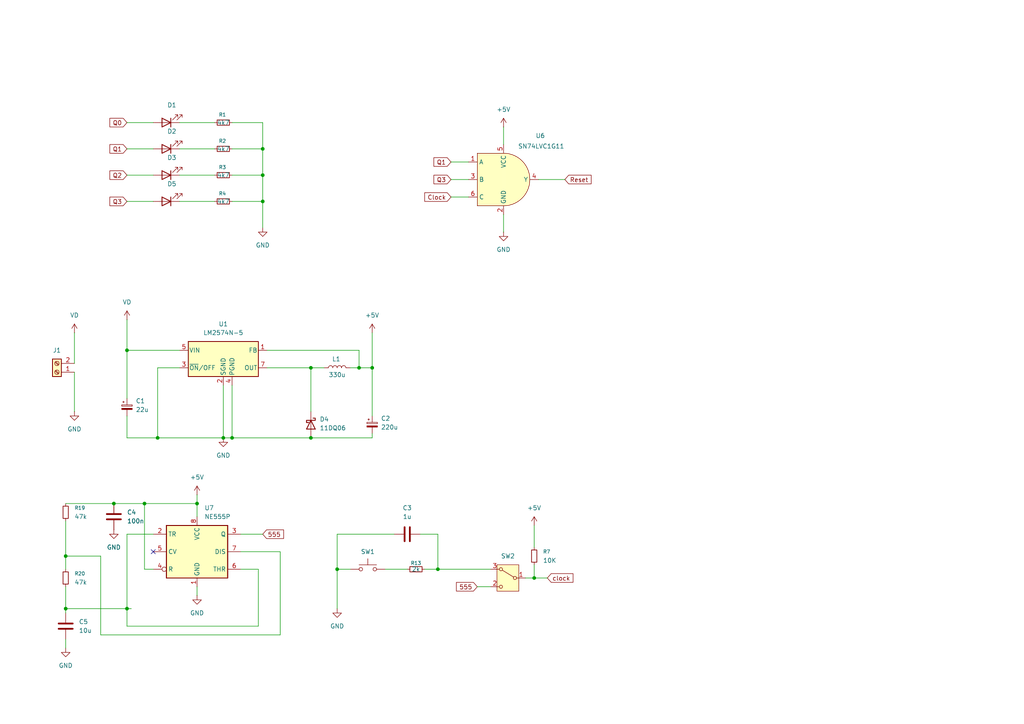
<source format=kicad_sch>
(kicad_sch (version 20250114) (generator "eeschema") (generator_version "9.0")
  (paper "A4")
  (title_block (title "PCB_Brojac") (date "2025-10-21") (rev "0") (company "TVZ-thenicko veleuciliste u zagrebu") (comment 1 "Izradio: Tin Orsic"))
  (lib_symbols
    (symbol "Connector:Screw_Terminal_01x02" (pin_names (offset 1.016) (hide yes))
      (property "Reference" "J" (at 0 2.54 0))
      (property "Value" "Screw_Terminal_01x02" (at 0 -5.08 0))
      (symbol "Screw_Terminal_01x02_1_1"
        (rectangle (start -1.27 1.27) (end 1.27 -3.81) (stroke (width 0.254)) (fill (type background)))
        (polyline (pts (xy -0.5334 0.3302) (xy 0.3302 -0.508)) (stroke (width 0.1524)))
        (polyline (pts (xy -0.5334 -2.2098) (xy 0.3302 -3.048)) (stroke (width 0.1524)))
        (polyline (pts (xy -0.3556 0.508) (xy 0.508 -0.3302)) (stroke (width 0.1524)))
        (polyline (pts (xy -0.3556 -2.032) (xy 0.508 -2.8702)) (stroke (width 0.1524)))
        (circle (center 0 0) (radius 0.635) (stroke (width 0.1524)))
        (circle (center 0 -2.54) (radius 0.635) (stroke (width 0.1524)))
        (pin passive line (at -5.08 0 0) (length 3.81) (name "Pin_1") (number "1"))
        (pin passive line (at -5.08 -2.54 0) (length 3.81) (name "Pin_2") (number "2"))
      )
    )
    (symbol "Device:C" (pin_numbers (hide yes)) (pin_names (offset 0.254))
      (property "Reference" "C" (at 0.635 2.54 0))
      (property "Value" "C" (at 0.635 -2.54 0))
      (symbol "C_0_1"
        (polyline (pts (xy -2.032 0.762) (xy 2.032 0.762)) (stroke (width 0.508)))
        (polyline (pts (xy -2.032 -0.762) (xy 2.032 -0.762)) (stroke (width 0.508)))
      )
      (symbol "C_1_1"
        (pin passive line (at 0 3.81 270) (length 2.794) (name "~") (number "1"))
        (pin passive line (at 0 -3.81 90) (length 2.794) (name "~") (number "2"))
      )
    )
    (symbol "Device:C_Polarized_Small" (pin_numbers (hide yes)) (pin_names (offset 0.254) (hide yes))
      (property "Reference" "C" (at 0.254 1.778 0))
      (property "Value" "C_Polarized_Small" (at 0.254 -2.032 0))
      (symbol "C_Polarized_Small_0_1"
        (rectangle (start -1.524 0.6858) (end 1.524 0.3048))
        (rectangle (start -1.524 -0.3048) (end 1.524 -0.6858) (fill (type outline)))
        (polyline (pts (xy -1.27 1.524) (xy -0.762 1.524)))
        (polyline (pts (xy -1.016 1.27) (xy -1.016 1.778)))
      )
      (symbol "C_Polarized_Small_1_1"
        (pin passive line (at 0 2.54 270) (length 1.8542) (name "~") (number "1"))
        (pin passive line (at 0 -2.54 90) (length 1.8542) (name "~") (number "2"))
      )
    )
    (symbol "Device:L" (pin_numbers (hide yes)) (pin_names (offset 1.016) (hide yes))
      (property "Reference" "L" (at -1.27 0 90))
      (property "Value" "L" (at 1.905 0 90))
      (symbol "L_0_1"
        (arc (start 0 2.54) (mid 0.6323 1.905) (end 0 1.27))
        (arc (start 0 1.27) (mid 0.6323 0.635) (end 0 0))
        (arc (start 0 0) (mid 0.6323 -0.635) (end 0 -1.27))
        (arc (start 0 -1.27) (mid 0.6323 -1.905) (end 0 -2.54))
      )
      (symbol "L_1_1"
        (pin passive line (at 0 3.81 270) (length 1.27) (name "1") (number "1"))
        (pin passive line (at 0 -3.81 90) (length 1.27) (name "2") (number "2"))
      )
    )
    (symbol "Device:LED" (pin_numbers (hide yes)) (pin_names (offset 1.016) (hide yes))
      (property "Reference" "D" (at 0 2.54 0))
      (property "Value" "LED" (at 0 -2.54 0))
      (symbol "LED_0_1"
        (polyline (pts (xy -3.048 -0.762) (xy -4.572 -2.286) (xy -3.81 -2.286) (xy -4.572 -2.286) (xy -4.572 -1.524)))
        (polyline (pts (xy -1.778 -0.762) (xy -3.302 -2.286) (xy -2.54 -2.286) (xy -3.302 -2.286) (xy -3.302 -1.524)))
        (polyline (pts (xy -1.27 0) (xy 1.27 0)))
        (polyline (pts (xy -1.27 -1.27) (xy -1.27 1.27)) (stroke (width 0.254)))
        (polyline (pts (xy 1.27 -1.27) (xy 1.27 1.27) (xy -1.27 0) (xy 1.27 -1.27)) (stroke (width 0.254)))
      )
      (symbol "LED_1_1"
        (pin passive line (at -3.81 0 0) (length 2.54) (name "K") (number "1"))
        (pin passive line (at 3.81 0 180) (length 2.54) (name "A") (number "2"))
      )
    )
    (symbol "Device:R_Small" (pin_numbers (hide yes)) (pin_names (offset 0.254) (hide yes))
      (property "Reference" "R" (at 0 0 90))
      (property "Value" "R_Small" (at 1.778 0 90))
      (symbol "R_Small_0_1"
        (rectangle (start -0.762 1.778) (end 0.762 -1.778) (stroke (width 0.2032)))
      )
      (symbol "R_Small_1_1"
        (pin passive line (at 0 2.54 270) (length 0.762) (name "~") (number "1"))
        (pin passive line (at 0 -2.54 90) (length 0.762) (name "~") (number "2"))
      )
    )
    (symbol "Diode:SS310" (pin_numbers (hide yes)) (pin_names (offset 1.016) (hide yes))
      (property "Reference" "D" (at 0 2.54 0))
      (property "Value" "SS310" (at 0 -2.54 0))
      (symbol "SS310_0_1"
        (polyline (pts (xy -1.905 0.635) (xy -1.905 1.27) (xy -1.27 1.27) (xy -1.27 -1.27) (xy -0.635 -1.27) (xy -0.635 -0.635)) (stroke (width 0.254)))
        (polyline (pts (xy 1.27 1.27) (xy 1.27 -1.27) (xy -1.27 0) (xy 1.27 1.27)) (stroke (width 0.254)))
        (polyline (pts (xy 1.27 0) (xy -1.27 0)))
      )
      (symbol "SS310_1_1"
        (pin passive line (at -3.81 0 0) (length 2.54) (name "K") (number "1"))
        (pin passive line (at 3.81 0 180) (length 2.54) (name "A") (number "2"))
      )
    )
    (symbol "Regulator_Switching:LM2574N-5" (pin_names (offset 0.254))
      (property "Reference" "U" (at -10.16 6.35 0))
      (property "Value" "LM2574N-5" (at 0 6.35 0))
      (symbol "LM2574N-5_0_1"
        (rectangle (start -10.16 5.08) (end 10.16 -5.08) (stroke (width 0.254)) (fill (type background)))
      )
      (symbol "LM2574N-5_1_1"
        (pin power_in line (at -12.7 2.54 0) (length 2.54) (name "VIN") (number "5"))
        (pin input line (at -12.7 -2.54 0) (length 2.54) (name "~{ON}/OFF") (number "3"))
        (pin no_connect line (at -10.16 0 0) (length 2.54) (hide yes) (name "NC") (number "6"))
        (pin power_in line (at 0 -7.62 90) (length 2.54) (name "SGND") (number "2"))
        (pin power_in line (at 2.54 -7.62 90) (length 2.54) (name "PGND") (number "4"))
        (pin no_connect line (at 10.16 0 180) (length 2.54) (hide yes) (name "NC") (number "8"))
        (pin input line (at 12.7 2.54 180) (length 2.54) (name "FB") (number "1"))
        (pin output line (at 12.7 -2.54 180) (length 2.54) (name "OUT") (number "7"))
      )
    )
    (symbol "SN74LVC1G11:SN74LVC1G11"
      (property "Reference" "U?" (at 12.7 12.7 0))
      (symbol "SN74LVC1G11_1_1"
        (polyline (pts (xy 0 7.62) (xy -7.62 7.62) (xy -7.62 -7.62) (xy 0 -7.62)) (fill (type background)))
        (arc (start 0 7.62) (mid 7.62 0) (end 0 -7.62) (fill (type background)))
        (pin input line (at -10.16 5.08 0) (length 2.54) (name "A") (number "1"))
        (pin input line (at -10.16 0 0) (length 2.54) (name "B") (number "3"))
        (pin input line (at -10.16 -5.08 0) (length 2.54) (name "C") (number "6"))
        (pin power_in line (at 0 10.16 270) (length 2.54) (name "VCC") (number "5"))
        (pin power_out line (at 0 -10.16 90) (length 2.54) (name "GND") (number "2"))
        (pin output line (at 10.16 0 180) (length 2.54) (name "Y") (number "4"))
      )
    )
    (symbol "Switch:SW_MEC_5G" (pin_numbers (hide yes)) (pin_names (offset 1.016) (hide yes))
      (property "Reference" "SW" (at 1.27 2.54 0))
      (property "Value" "SW_MEC_5G" (at 0 -1.524 0))
      (symbol "SW_MEC_5G_0_1"
        (circle (center -2.032 0) (radius 0.508))
        (polyline (pts (xy 0 1.27) (xy 0 3.048)))
        (circle (center 2.032 0) (radius 0.508))
        (polyline (pts (xy 2.54 1.27) (xy -2.54 1.27)))
        (pin passive line (at -5.08 0 0) (length 2.54) (name "A") (number "1"))
        (pin passive line (at 5.08 0 180) (length 2.54) (name "B") (number "3"))
      )
      (symbol "SW_MEC_5G_1_1"
        (pin passive line (at -5.08 0 0) (length 2.54) (hide yes) (name "A") (number "2"))
        (pin passive line (at 5.08 0 180) (length 2.54) (hide yes) (name "B") (number "4"))
      )
    )
    (symbol "Switch:SW_SPDT_312" (pin_names (offset 1) (hide yes))
      (property "Reference" "SW" (at 0 5.08 0))
      (property "Value" "SW_SPDT_312" (at 0 -5.08 0))
      (symbol "SW_SPDT_312_0_1"
        (circle (center -2.032 0) (radius 0.4572))
        (polyline (pts (xy -1.651 0.254) (xy 1.651 2.286)))
        (circle (center 2.032 2.54) (radius 0.4572))
        (circle (center 2.032 -2.54) (radius 0.4572))
      )
      (symbol "SW_SPDT_312_1_1"
        (rectangle (start -3.175 3.81) (end 3.175 -3.81) (fill (type background)))
        (pin passive line (at -5.08 0 0) (length 2.54) (name "B") (number "1"))
        (pin passive line (at 5.08 2.54 180) (length 2.54) (name "A") (number "3"))
        (pin passive line (at 5.08 -2.54 180) (length 2.54) (name "C") (number "2"))
      )
    )
    (symbol "Timer:NE555P"
      (property "Reference" "U" (at -10.16 8.89 0))
      (property "Value" "NE555P" (at 2.54 8.89 0))
      (symbol "NE555P_0_0"
        (pin power_in line (at 0 10.16 270) (length 2.54) (name "VCC") (number "8"))
        (pin power_in line (at 0 -10.16 90) (length 2.54) (name "GND") (number "1"))
      )
      (symbol "NE555P_0_1"
        (rectangle (start -8.89 -7.62) (end 8.89 7.62) (stroke (width 0.254)) (fill (type background)))
        (rectangle (start -8.89 -7.62) (end 8.89 7.62) (stroke (width 0.254)) (fill (type background)))
      )
      (symbol "NE555P_1_1"
        (pin input line (at -12.7 5.08 0) (length 3.81) (name "TR") (number "2"))
        (pin input line (at -12.7 0 0) (length 3.81) (name "CV") (number "5"))
        (pin input inverted (at -12.7 -5.08 0) (length 3.81) (name "R") (number "4"))
        (pin output line (at 12.7 5.08 180) (length 3.81) (name "Q") (number "3"))
        (pin input line (at 12.7 0 180) (length 3.81) (name "DIS") (number "7"))
        (pin input line (at 12.7 -5.08 180) (length 3.81) (name "THR") (number "6"))
      )
    )
    (symbol "power:+5V" (power) (pin_numbers (hide yes)) (pin_names (offset 0) (hide yes))
      (property "Value" "+5V" (at 0 3.556 0))
      (symbol "+5V_0_1"
        (polyline (pts (xy -0.762 1.27) (xy 0 2.54)))
        (polyline (pts (xy 0 2.54) (xy 0.762 1.27)))
        (polyline (pts (xy 0 0) (xy 0 2.54)))
      )
      (symbol "+5V_1_1"
        (pin power_in line (at 0 0 90) (length 0) (name "~") (number "1"))
      )
    )
    (symbol "power:GND" (power) (pin_numbers (hide yes)) (pin_names (offset 0) (hide yes))
      (property "Value" "GND" (at 0 -3.81 0))
      (symbol "GND_0_1"
        (polyline (pts (xy 0 0) (xy 0 -1.27) (xy 1.27 -1.27) (xy 0 -2.54) (xy -1.27 -1.27) (xy 0 -1.27)))
      )
      (symbol "GND_1_1"
        (pin power_in line (at 0 0 270) (length 0) (name "~") (number "1"))
      )
    )
    (symbol "power:VD" (power) (pin_numbers (hide yes)) (pin_names (offset 0) (hide yes))
      (property "Value" "VD" (at 0 3.556 0))
      (symbol "VD_0_1"
        (polyline (pts (xy -0.762 1.27) (xy 0 2.54)))
        (polyline (pts (xy 0 2.54) (xy 0.762 1.27)))
        (polyline (pts (xy 0 0) (xy 0 2.54)))
      )
      (symbol "VD_1_1"
        (pin power_in line (at 0 0 90) (length 0) (name "~") (number "1"))
      )
    )
  )
  (junction (at 36.83 176.53))
  (junction (at 97.79 165.1))
  (junction (at 19.05 176.53))
  (junction (at 127 165.1))
  (junction (at 76.2 43.18))
  (junction (at 36.83 101.6))
  (junction (at 107.95 106.68))
  (junction (at 19.05 161.29))
  (junction (at 76.2 50.8))
  (junction (at 64.77 127))
  (junction (at 67.31 127))
  (junction (at 76.2 58.42))
  (junction (at 104.14 106.68))
  (junction (at 154.94 167.64))
  (junction (at 41.91 146.05))
  (junction (at 57.15 146.05))
  (junction (at 45.72 127))
  (junction (at 33.02 146.05))
  (junction (at 90.17 127))
  (junction (at 90.17 106.68))
  (no_connect (at 44.45 160.02))
  (wire (pts (xy 19.05 176.53) (xy 36.83 176.53)))
  (wire (pts (xy 90.17 127) (xy 107.95 127)))
  (wire (pts (xy 111.76 165.1) (xy 118.11 165.1)))
  (wire (pts (xy 138.43 170.18) (xy 142.24 170.18)))
  (wire (pts (xy 44.45 165.1) (xy 41.91 165.1)))
  (wire (pts (xy 36.83 58.42) (xy 44.45 58.42)))
  (wire (pts (xy 74.93 181.61) (xy 36.83 181.61)))
  (wire (pts (xy 36.83 181.61) (xy 36.83 176.53)))
  (wire (pts (xy 81.28 184.15) (xy 81.28 160.02)))
  (wire (pts (xy 74.93 165.1) (xy 74.93 181.61)))
  (wire (pts (xy 29.21 161.29) (xy 29.21 184.15)))
  (wire (pts (xy 76.2 35.56) (xy 76.2 43.18)))
  (wire (pts (xy 123.19 165.1) (xy 127 165.1)))
  (wire (pts (xy 130.81 46.99) (xy 135.89 46.99)))
  (wire (pts (xy 97.79 165.1) (xy 97.79 176.53)))
  (wire (pts (xy 19.05 177.8) (xy 19.05 176.53)))
  (wire (pts (xy 36.83 154.94) (xy 44.45 154.94)))
  (wire (pts (xy 36.83 120.65) (xy 36.83 127)))
  (wire (pts (xy 97.79 154.94) (xy 97.79 165.1)))
  (wire (pts (xy 107.95 127) (xy 107.95 125.73)))
  (wire (pts (xy 69.85 154.94) (xy 76.2 154.94)))
  (wire (pts (xy 36.83 127) (xy 45.72 127)))
  (wire (pts (xy 52.07 35.56) (xy 62.23 35.56)))
  (wire (pts (xy 154.94 167.64) (xy 158.75 167.64)))
  (wire (pts (xy 36.83 154.94) (xy 36.83 176.53)))
  (wire (pts (xy 36.83 92.71) (xy 36.83 101.6)))
  (wire (pts (xy 154.94 152.4) (xy 154.94 158.75)))
  (wire (pts (xy 45.72 106.68) (xy 45.72 127)))
  (wire (pts (xy 36.83 101.6) (xy 52.07 101.6)))
  (wire (pts (xy 33.02 146.05) (xy 41.91 146.05)))
  (wire (pts (xy 67.31 35.56) (xy 76.2 35.56)))
  (wire (pts (xy 41.91 165.1) (xy 41.91 146.05)))
  (wire (pts (xy 64.77 111.76) (xy 64.77 127)))
  (wire (pts (xy 127 154.94) (xy 127 165.1)))
  (wire (pts (xy 107.95 96.52) (xy 107.95 106.68)))
  (wire (pts (xy 146.05 62.23) (xy 146.05 67.31)))
  (wire (pts (xy 64.77 127) (xy 67.31 127)))
  (wire (pts (xy 52.07 106.68) (xy 45.72 106.68)))
  (wire (pts (xy 67.31 127) (xy 90.17 127)))
  (wire (pts (xy 121.92 154.94) (xy 127 154.94)))
  (wire (pts (xy 146.05 36.83) (xy 146.05 41.91)))
  (wire (pts (xy 130.81 57.15) (xy 135.89 57.15)))
  (wire (pts (xy 69.85 165.1) (xy 74.93 165.1)))
  (wire (pts (xy 36.83 35.56) (xy 44.45 35.56)))
  (wire (pts (xy 77.47 106.68) (xy 90.17 106.68)))
  (wire (pts (xy 19.05 185.42) (xy 19.05 187.96)))
  (wire (pts (xy 67.31 43.18) (xy 76.2 43.18)))
  (wire (pts (xy 57.15 146.05) (xy 57.15 149.86)))
  (wire (pts (xy 90.17 106.68) (xy 93.98 106.68)))
  (wire (pts (xy 104.14 101.6) (xy 104.14 106.68)))
  (wire (pts (xy 57.15 170.18) (xy 57.15 172.72)))
  (wire (pts (xy 90.17 106.68) (xy 90.17 119.38)))
  (wire (pts (xy 19.05 161.29) (xy 19.05 165.1)))
  (wire (pts (xy 57.15 143.51) (xy 57.15 146.05)))
  (wire (pts (xy 21.59 107.95) (xy 21.59 119.38)))
  (wire (pts (xy 114.3 154.94) (xy 97.79 154.94)))
  (wire (pts (xy 81.28 160.02) (xy 69.85 160.02)))
  (wire (pts (xy 104.14 106.68) (xy 107.95 106.68)))
  (wire (pts (xy 67.31 50.8) (xy 76.2 50.8)))
  (wire (pts (xy 19.05 151.13) (xy 19.05 161.29)))
  (wire (pts (xy 77.47 101.6) (xy 104.14 101.6)))
  (wire (pts (xy 45.72 127) (xy 64.77 127)))
  (wire (pts (xy 41.91 146.05) (xy 57.15 146.05)))
  (wire (pts (xy 127 165.1) (xy 142.24 165.1)))
  (wire (pts (xy 19.05 146.05) (xy 33.02 146.05)))
  (wire (pts (xy 76.2 43.18) (xy 76.2 50.8)))
  (wire (pts (xy 76.2 58.42) (xy 76.2 66.04)))
  (wire (pts (xy 36.83 50.8) (xy 44.45 50.8)))
  (wire (pts (xy 154.94 163.83) (xy 154.94 167.64)))
  (wire (pts (xy 19.05 161.29) (xy 29.21 161.29)))
  (wire (pts (xy 152.4 167.64) (xy 154.94 167.64)))
  (wire (pts (xy 107.95 106.68) (xy 107.95 120.65)))
  (wire (pts (xy 36.83 43.18) (xy 44.45 43.18)))
  (wire (pts (xy 19.05 170.18) (xy 19.05 176.53)))
  (wire (pts (xy 130.81 52.07) (xy 135.89 52.07)))
  (wire (pts (xy 101.6 165.1) (xy 97.79 165.1)))
  (wire (pts (xy 101.6 106.68) (xy 104.14 106.68)))
  (wire (pts (xy 156.21 52.07) (xy 163.83 52.07)))
  (wire (pts (xy 67.31 58.42) (xy 76.2 58.42)))
  (wire (pts (xy 52.07 50.8) (xy 62.23 50.8)))
  (wire (pts (xy 52.07 43.18) (xy 62.23 43.18)))
  (wire (pts (xy 67.31 111.76) (xy 67.31 127)))
  (wire (pts (xy 76.2 50.8) (xy 76.2 58.42)))
  (wire (pts (xy 21.59 96.52) (xy 21.59 105.41)))
  (wire (pts (xy 38.1 176.53) (xy 36.83 176.53)))
  (wire (pts (xy 29.21 184.15) (xy 81.28 184.15)))
  (wire (pts (xy 52.07 58.42) (xy 62.23 58.42)))
  (wire (pts (xy 36.83 101.6) (xy 36.83 115.57)))
  (global_label "Q2" (shape input) (at 36.83 50.8 180) (property "Intersheetrefs" "${INTERSHEET_REFS}" (effects (hide yes))))
  (global_label "Q3" (shape input) (at 36.83 58.42 180) (property "Intersheetrefs" "${INTERSHEET_REFS}" (effects (hide yes))))
  (global_label "555" (shape input) (at 76.2 154.94 0) (property "Intersheetrefs" "${INTERSHEET_REFS}" (effects (hide yes))))
  (global_label "Clock" (shape input) (at 130.81 57.15 180) (property "Intersheetrefs" "${INTERSHEET_REFS}" (effects (hide yes))))
  (global_label "Q0" (shape input) (at 36.83 35.56 180) (property "Intersheetrefs" "${INTERSHEET_REFS}" (effects (hide yes))))
  (global_label "Q1" (shape input) (at 130.81 46.99 180) (property "Intersheetrefs" "${INTERSHEET_REFS}" (effects (hide yes))))
  (global_label "Reset" (shape input) (at 163.83 52.07 0) (property "Intersheetrefs" "${INTERSHEET_REFS}" (effects (hide yes))))
  (global_label "555" (shape input) (at 138.43 170.18 180) (property "Intersheetrefs" "${INTERSHEET_REFS}" (effects (hide yes))))
  (global_label "clock" (shape input) (at 158.75 167.64 0) (property "Intersheetrefs" "${INTERSHEET_REFS}" (effects (hide yes))))
  (global_label "Q1" (shape input) (at 36.83 43.18 180) (property "Intersheetrefs" "${INTERSHEET_REFS}" (effects (hide yes))))
  (global_label "Q3" (shape input) (at 130.81 52.07 180) (property "Intersheetrefs" "${INTERSHEET_REFS}" (effects (hide yes))))
  (symbol (lib_id "Device:R_Small") (at 64.77 35.56 90) (unit 1)
    (property "Reference" "R1" (at 64.516 33.274 90) (effects (font (size 1.016 1.016))))
    (property "Value" "4k7" (at 64.77 35.56 90))
    (property "Description" "Resistor, small symbol" (effects (hide yes)))
  )
  (symbol (lib_id "Device:LED") (at 48.26 35.56 180) (unit 1)
    (property "Reference" "D1" (at 49.8475 30.48 0))
    (property "Value" "LED" (effects (hide yes)))
    (property "Description" "Light emitting diode" (effects (hide yes)))
    (property "Sim.Pins" "1=K 2=A" (effects (hide yes)))
  )
  (symbol (lib_id "Diode:SS310") (at 90.17 123.19 270) (unit 1)
    (property "Reference" "D4" (at 92.71 121.6024 90) (effects (justify left)))
    (property "Value" "11DQ06" (at 92.71 124.1424 90) (effects (justify left)))
    (property "Footprint" "Diode_SMD:D_SMA" (effects (hide yes)))
    (property "Datasheet" "https://www.microdiode.com/uploadfiles//PDF/SS32-THRU-SS3200-SMA.pdf" (effects (hide yes)))
    (property "Description" "100V 3A Schottky Diode, SMA" (effects (hide yes)))
  )
  (symbol (lib_id "Device:C") (at 33.02 149.86 0) (unit 1)
    (property "Reference" "C4" (at 36.83 148.5899 0) (effects (justify left)))
    (property "Value" "100n" (at 36.83 151.1299 0) (effects (justify left)))
    (property "Description" "Unpolarized capacitor" (effects (hide yes)))
  )
  (symbol (lib_id "Device:LED") (at 48.26 58.42 180) (unit 1)
    (property "Reference" "D5" (at 49.8475 53.34 0))
    (property "Value" "LED" (effects (hide yes)))
    (property "Description" "Light emitting diode" (effects (hide yes)))
    (property "Sim.Pins" "1=K 2=A" (effects (hide yes)))
  )
  (symbol (lib_id "Regulator_Switching:LM2574N-5") (at 64.77 104.14 0) (unit 1)
    (property "Reference" "U1" (at 64.77 93.98 0))
    (property "Value" "LM2574N-5" (at 64.77 96.52 0))
    (property "Footprint" "Package_DIP:DIP-8_W7.62mm" (effects (hide yes)))
    (property "Datasheet" "http://www.national.com/ds/LM/LM2574.pdf" (effects (hide yes)))
    (property "Description" "5V, 0.5A SIMPLE SWITCHER® Step-Down Voltage Regulator, DIP-8" (effects (hide yes)))
  )
  (symbol (lib_id "power:GND") (at 97.79 176.53 0) (unit 1)
    (property "Reference" "#PWR06" (effects (hide yes)))
    (property "Value" "GND" (at 97.79 181.61 0))
    (property "Description" "Power symbol creates a global label with name \"GND\" , ground" (effects (hide yes)))
  )
  (symbol (lib_id "power:GND") (at 21.59 119.38 0) (unit 1)
    (property "Reference" "#PWR07" (effects (hide yes)))
    (property "Value" "GND" (at 21.59 124.46 0))
    (property "Description" "Power symbol creates a global label with name \"GND\" , ground" (effects (hide yes)))
  )
  (symbol (lib_id "power:+5V") (at 146.05 36.83 0) (unit 1)
    (property "Reference" "#PWR013" (effects (hide yes)))
    (property "Value" "+5V" (at 146.05 31.75 0))
    (property "Description" "Power symbol creates a global label with name \"+5V\"" (effects (hide yes)))
  )
  (symbol (lib_id "power:VD") (at 21.59 96.52 0) (unit 1)
    (property "Reference" "#PWR010" (effects (hide yes)))
    (property "Value" "VD" (at 21.59 91.44 0))
    (property "Description" "Power symbol creates a global label with name \"VD\"" (effects (hide yes)))
  )
  (symbol (lib_id "Device:R_Small") (at 19.05 167.64 0) (unit 1)
    (property "Reference" "R20" (at 21.59 166.3699 0) (effects (font (size 1.016 1.016)) (justify left)))
    (property "Value" "47k" (at 21.59 168.9099 0) (effects (justify left)))
    (property "Description" "Resistor, small symbol" (effects (hide yes)))
  )
  (symbol (lib_id "Device:LED") (at 48.26 50.8 180) (unit 1)
    (property "Reference" "D3" (at 49.8475 45.72 0))
    (property "Value" "LED" (effects (hide yes)))
    (property "Description" "Light emitting diode" (effects (hide yes)))
    (property "Sim.Pins" "1=K 2=A" (effects (hide yes)))
  )
  (symbol (lib_id "Device:L") (at 97.79 106.68 90) (unit 1)
    (property "Reference" "L1" (at 97.536 104.14 90))
    (property "Value" "330u" (at 97.79 108.712 90))
    (property "Description" "Inductor" (effects (hide yes)))
  )
  (symbol (lib_id "Device:C") (at 118.11 154.94 90) (unit 1)
    (property "Reference" "C3" (at 118.11 147.32 90))
    (property "Value" "1u" (at 118.11 149.86 90))
    (property "Description" "Unpolarized capacitor" (effects (hide yes)))
  )
  (symbol (lib_id "Connector:Screw_Terminal_01x02") (at 16.51 107.95 180) (unit 1)
    (property "Reference" "J1" (at 16.51 101.6 0))
    (property "Value" "Screw_Terminal_01x02" (effects (hide yes)))
    (property "Description" "Generic screw terminal, single row, 01x02, script generated (kicad-library-utils/schlib/autogen/connector/)" (effects (hide yes)))
  )
  (symbol (lib_id "Timer:NE555P") (at 57.15 160.02 0) (unit 1)
    (property "Reference" "U7" (at 59.2933 147.32 0) (effects (justify left)))
    (property "Value" "NE555P" (at 59.2933 149.86 0) (effects (justify left)))
    (property "Footprint" "Package_DIP:DIP-8_W7.62mm" (effects (hide yes)))
    (property "Datasheet" "http://www.ti.com/lit/ds/symlink/ne555.pdf" (effects (hide yes)))
    (property "Description" "Precision Timers, 555 compatible,  PDIP-8" (effects (hide yes)))
  )
  (symbol (lib_id "Device:C_Polarized_Small") (at 36.83 118.11 0) (unit 1)
    (property "Reference" "C1" (at 39.37 116.2938 0) (effects (justify left)))
    (property "Value" "22u" (at 39.37 118.8338 0) (effects (justify left)))
    (property "Description" "Polarized capacitor, small symbol" (effects (hide yes)))
  )
  (symbol (lib_id "Device:R_Small") (at 120.65 165.1 90) (unit 1)
    (property "Reference" "R13" (at 120.65 163.322 90) (effects (font (size 1.016 1.016))))
    (property "Value" "2k" (at 120.65 165.1 90))
    (property "Description" "Resistor, small symbol" (effects (hide yes)))
  )
  (symbol (lib_id "power:+5V") (at 57.15 143.51 0) (unit 1)
    (property "Reference" "#PWR02" (effects (hide yes)))
    (property "Value" "+5V" (at 57.15 138.43 0))
    (property "Description" "Power symbol creates a global label with name \"+5V\"" (effects (hide yes)))
  )
  (symbol (lib_id "Device:C_Polarized_Small") (at 107.95 123.19 0) (unit 1)
    (property "Reference" "C2" (at 110.49 121.3738 0) (effects (justify left)))
    (property "Value" "220u" (at 110.49 123.9138 0) (effects (justify left)))
    (property "Description" "Polarized capacitor, small symbol" (effects (hide yes)))
  )
  (symbol (lib_id "power:+5V") (at 154.94 152.4 0) (unit 1)
    (property "Reference" "#PWR05" (effects (hide yes)))
    (property "Value" "+5V" (at 154.94 147.32 0))
    (property "Description" "Power symbol creates a global label with name \"+5V\"" (effects (hide yes)))
  )
  (symbol (lib_id "power:+5V") (at 107.95 96.52 0) (unit 1)
    (property "Reference" "#PWR09" (effects (hide yes)))
    (property "Value" "+5V" (at 107.95 91.44 0))
    (property "Description" "Power symbol creates a global label with name \"+5V\"" (effects (hide yes)))
  )
  (symbol (lib_id "power:GND") (at 146.05 67.31 0) (unit 1)
    (property "Reference" "#PWR014" (effects (hide yes)))
    (property "Value" "GND" (at 146.05 72.39 0))
    (property "Description" "Power symbol creates a global label with name \"GND\" , ground" (effects (hide yes)))
  )
  (symbol (lib_id "power:GND") (at 19.05 187.96 0) (unit 1)
    (property "Reference" "#PWR01" (effects (hide yes)))
    (property "Value" "GND" (at 19.05 193.04 0))
    (property "Description" "Power symbol creates a global label with name \"GND\" , ground" (effects (hide yes)))
  )
  (symbol (lib_id "Device:LED") (at 48.26 43.18 180) (unit 1)
    (property "Reference" "D2" (at 49.8475 38.1 0))
    (property "Value" "LED" (effects (hide yes)))
    (property "Description" "Light emitting diode" (effects (hide yes)))
    (property "Sim.Pins" "1=K 2=A" (effects (hide yes)))
  )
  (symbol (lib_id "power:GND") (at 64.77 127 0) (unit 1)
    (property "Reference" "#PWR08" (effects (hide yes)))
    (property "Value" "GND" (at 64.77 132.08 0))
    (property "Description" "Power symbol creates a global label with name \"GND\" , ground" (effects (hide yes)))
  )
  (symbol (lib_id "power:GND") (at 57.15 172.72 0) (unit 1)
    (property "Reference" "#PWR03" (effects (hide yes)))
    (property "Value" "GND" (at 57.15 177.8 0))
    (property "Description" "Power symbol creates a global label with name \"GND\" , ground" (effects (hide yes)))
  )
  (symbol (lib_id "power:VD") (at 36.83 92.71 0) (unit 1)
    (property "Reference" "#PWR011" (effects (hide yes)))
    (property "Value" "VD" (at 36.83 87.63 0))
    (property "Description" "Power symbol creates a global label with name \"VD\"" (effects (hide yes)))
  )
  (symbol (lib_id "SN74LVC1G11:SN74LVC1G11") (at 146.05 52.07 0) (unit 1)
    (property "Reference" "U6" (at 156.718 39.37 0))
    (property "Value" "SN74LVC1G11" (at 156.972 42.418 0))
    (property "Footprint" "SOT-23-6:SOT-23-6" (effects (hide yes)))
  )
  (symbol (lib_id "Device:R_Small") (at 64.77 58.42 90) (unit 1)
    (property "Reference" "R4" (at 64.516 56.134 90) (effects (font (size 1.016 1.016))))
    (property "Value" "4k7" (at 64.77 58.42 90))
    (property "Description" "Resistor, small symbol" (effects (hide yes)))
  )
  (symbol (lib_id "Device:R_Small") (at 19.05 148.59 0) (unit 1)
    (property "Reference" "R19" (at 21.59 147.3199 0) (effects (font (size 1.016 1.016)) (justify left)))
    (property "Value" "47k" (at 21.59 149.8599 0) (effects (justify left)))
    (property "Description" "Resistor, small symbol" (effects (hide yes)))
  )
  (symbol (lib_id "power:GND") (at 33.02 153.67 0) (unit 1)
    (property "Reference" "#PWR04" (effects (hide yes)))
    (property "Value" "GND" (at 33.02 158.75 0))
    (property "Description" "Power symbol creates a global label with name \"GND\" , ground" (effects (hide yes)))
  )
  (symbol (lib_id "Device:R_Small") (at 64.77 43.18 90) (unit 1)
    (property "Reference" "R2" (at 64.516 40.894 90) (effects (font (size 1.016 1.016))))
    (property "Value" "4k7" (at 64.77 43.18 90))
    (property "Description" "Resistor, small symbol" (effects (hide yes)))
  )
  (symbol (lib_id "Switch:SW_MEC_5G") (at 106.68 165.1 0) (unit 1)
    (property "Reference" "SW1" (at 106.68 160.02 0))
    (property "Datasheet" "http://www.apem.com/int/index.php?controller=attachment&id_attachment=488" (effects (hide yes)))
    (property "Description" "MEC 5G single pole normally-open tactile switch" (effects (hide yes)))
  )
  (symbol (lib_id "Device:R_Small") (at 64.77 50.8 90) (unit 1)
    (property "Reference" "R3" (at 64.516 48.514 90) (effects (font (size 1.016 1.016))))
    (property "Value" "4k7" (at 64.77 50.8 90))
    (property "Description" "Resistor, small symbol" (effects (hide yes)))
  )
  (symbol (lib_id "Device:R_Small") (at 154.94 161.29 0) (unit 1)
    (property "Reference" "R7" (at 157.48 160.0199 0) (effects (font (size 1.016 1.016)) (justify left)))
    (property "Value" "10K" (at 157.48 162.5599 0) (effects (justify left)))
    (property "Description" "Resistor, small symbol" (effects (hide yes)))
  )
  (symbol (lib_id "power:GND") (at 76.2 66.04 0) (unit 1)
    (property "Reference" "#PWR012" (effects (hide yes)))
    (property "Value" "GND" (at 76.2 71.12 0))
    (property "Description" "Power symbol creates a global label with name \"GND\" , ground" (effects (hide yes)))
  )
  (symbol (lib_id "Device:C") (at 19.05 181.61 0) (unit 1)
    (property "Reference" "C5" (at 22.86 180.3399 0) (effects (justify left)))
    (property "Value" "10u" (at 22.86 182.8799 0) (effects (justify left)))
    (property "Description" "Unpolarized capacitor" (effects (hide yes)))
  )
  (symbol (lib_id "Switch:SW_SPDT_312") (at 147.32 167.64 0) (mirror y) (unit 1)
    (property "Reference" "SW2" (at 147.32 161.29 0))
    (property "Value" "SW_SPDT_312" (effects (hide yes)))
    (property "Description" "Switch, single pole double throw" (effects (hide yes)))
  )
)
</source>
